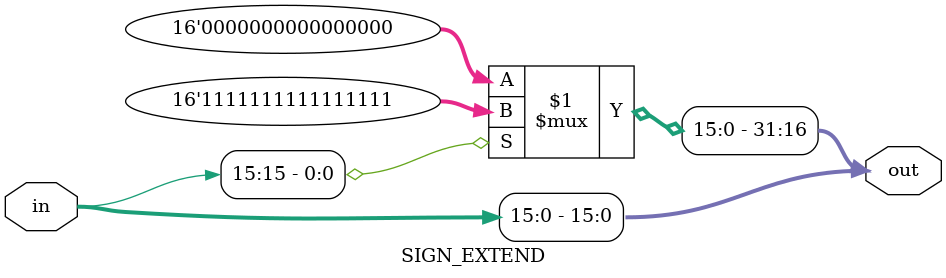
<source format=v>
module SIGN_EXTEND (
	in,
	out
);

input [15:0] in;
output [31:0] out;

assign out[15:0] = in;
assign out[31:16] = (in[15])?16'hffff:16'd0;

endmodule

</source>
